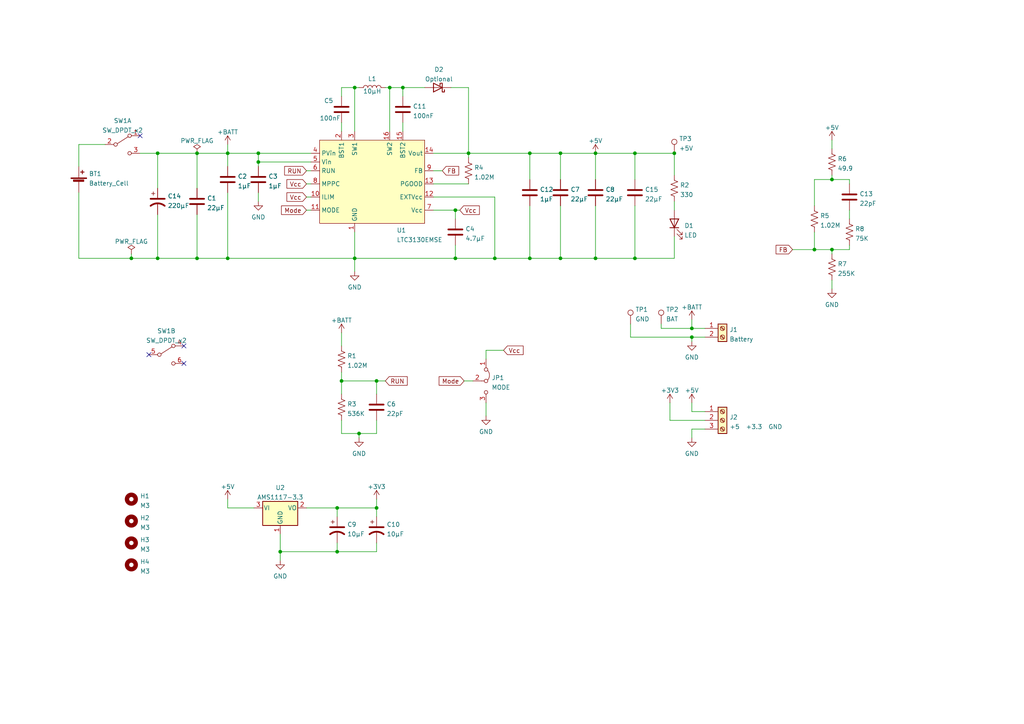
<source format=kicad_sch>
(kicad_sch (version 20230121) (generator eeschema)
  (paper "A4")
  (title_block (date "2023-03-02") (rev "0.2") (comment 4 "Author: Andrew Fischer"))
  (lib_symbols
    (symbol "Connector:Screw_Terminal_01x02" (pin_names (offset 1.016) hide)
      (property "Reference" "J" (at 0 2.54 0))
      (property "Value" "Screw_Terminal_01x02" (at 0 -5.08 0))
      (symbol "Screw_Terminal_01x02_1_1"
        (rectangle (start -1.27 1.27) (end 1.27 -3.81) (stroke (width 0.254)) (fill (type background)))
        (circle (center 0 -2.54) (radius 0.635) (stroke (width 0.1524)))
        (polyline (pts (xy -0.5334 -2.2098) (xy 0.3302 -3.048)) (stroke (width 0.1524)))
        (polyline (pts (xy -0.5334 0.3302) (xy 0.3302 -0.508)) (stroke (width 0.1524)))
        (polyline (pts (xy -0.3556 -2.032) (xy 0.508 -2.8702)) (stroke (width 0.1524)))
        (polyline (pts (xy -0.3556 0.508) (xy 0.508 -0.3302)) (stroke (width 0.1524)))
        (circle (center 0 0) (radius 0.635) (stroke (width 0.1524)))
        (pin passive line (at -5.08 0 0) (length 3.81) (name "Pin_1") (number "1"))
        (pin passive line (at -5.08 -2.54 0) (length 3.81) (name "Pin_2") (number "2"))
      )
    )
    (symbol "Connector:Screw_Terminal_01x03" (pin_names (offset 1.016) hide)
      (property "Reference" "J" (at 0 5.08 0))
      (property "Value" "Screw_Terminal_01x03" (at 0 -5.08 0))
      (symbol "Screw_Terminal_01x03_1_1"
        (rectangle (start -1.27 3.81) (end 1.27 -3.81) (stroke (width 0.254)) (fill (type background)))
        (circle (center 0 -2.54) (radius 0.635) (stroke (width 0.1524)))
        (polyline (pts (xy -0.5334 -2.2098) (xy 0.3302 -3.048)) (stroke (width 0.1524)))
        (polyline (pts (xy -0.5334 0.3302) (xy 0.3302 -0.508)) (stroke (width 0.1524)))
        (polyline (pts (xy -0.5334 2.8702) (xy 0.3302 2.032)) (stroke (width 0.1524)))
        (polyline (pts (xy -0.3556 -2.032) (xy 0.508 -2.8702)) (stroke (width 0.1524)))
        (polyline (pts (xy -0.3556 0.508) (xy 0.508 -0.3302)) (stroke (width 0.1524)))
        (polyline (pts (xy -0.3556 3.048) (xy 0.508 2.2098)) (stroke (width 0.1524)))
        (circle (center 0 0) (radius 0.635) (stroke (width 0.1524)))
        (circle (center 0 2.54) (radius 0.635) (stroke (width 0.1524)))
        (pin passive line (at -5.08 2.54 0) (length 3.81) (name "Pin_1") (number "1"))
        (pin passive line (at -5.08 0 0) (length 3.81) (name "Pin_2") (number "2"))
        (pin passive line (at -5.08 -2.54 0) (length 3.81) (name "Pin_3") (number "3"))
      )
    )
    (symbol "Connector:TestPoint" (pin_numbers hide) (pin_names (offset 0.762) hide)
      (property "Reference" "TP" (at 0 6.858 0))
      (property "Value" "TestPoint" (at 0 5.08 0))
      (symbol "TestPoint_0_1"
        (circle (center 0 3.302) (radius 0.762))
      )
      (symbol "TestPoint_1_1"
        (pin passive line (at 0 0 90) (length 2.54) (name "1") (number "1"))
      )
    )
    (symbol "Device:Battery_Cell" (pin_numbers hide) (pin_names (offset 0) hide)
      (property "Reference" "BT" (at 2.54 2.54 0))
      (property "Value" "Battery_Cell" (at 2.54 0 0))
      (symbol "Battery_Cell_0_1"
        (rectangle (start -2.286 1.778) (end 2.286 1.524) (fill (type outline)))
        (rectangle (start -1.5748 1.1938) (end 1.4732 0.6858) (fill (type outline)))
        (polyline (pts (xy 0 0.762) (xy 0 0)))
        (polyline (pts (xy 0 1.778) (xy 0 2.54)))
        (polyline (pts (xy 0.508 3.429) (xy 1.524 3.429)) (stroke (width 0.254)))
        (polyline (pts (xy 1.016 3.937) (xy 1.016 2.921)) (stroke (width 0.254)))
      )
      (symbol "Battery_Cell_1_1"
        (pin passive line (at 0 5.08 270) (length 2.54) (name "+") (number "1"))
        (pin passive line (at 0 -2.54 90) (length 2.54) (name "-") (number "2"))
      )
    )
    (symbol "Device:C" (pin_numbers hide) (pin_names (offset 0.254))
      (property "Reference" "C" (at 0.635 2.54 0))
      (property "Value" "C" (at 0.635 -2.54 0))
      (symbol "C_0_1"
        (polyline (pts (xy -2.032 -0.762) (xy 2.032 -0.762)) (stroke (width 0.508)))
        (polyline (pts (xy -2.032 0.762) (xy 2.032 0.762)) (stroke (width 0.508)))
      )
      (symbol "C_1_1"
        (pin passive line (at 0 3.81 270) (length 2.794) (name "~") (number "1"))
        (pin passive line (at 0 -3.81 90) (length 2.794) (name "~") (number "2"))
      )
    )
    (symbol "Device:C_Polarized_US" (pin_numbers hide) (pin_names (offset 0.254) hide)
      (property "Reference" "C" (at 0.635 2.54 0))
      (property "Value" "C_Polarized_US" (at 0.635 -2.54 0))
      (symbol "C_Polarized_US_0_1"
        (polyline (pts (xy -2.032 0.762) (xy 2.032 0.762)) (stroke (width 0.508)))
        (polyline (pts (xy -1.778 2.286) (xy -0.762 2.286)))
        (polyline (pts (xy -1.27 1.778) (xy -1.27 2.794)))
        (arc (start 2.032 -1.27) (mid 0 -0.5572) (end -2.032 -1.27) (stroke (width 0.508)))
      )
      (symbol "C_Polarized_US_1_1"
        (pin passive line (at 0 3.81 270) (length 2.794) (name "~") (number "1"))
        (pin passive line (at 0 -3.81 90) (length 3.302) (name "~") (number "2"))
      )
    )
    (symbol "Device:D_Schottky" (pin_numbers hide) (pin_names (offset 1.016) hide)
      (property "Reference" "D" (at 0 2.54 0))
      (property "Value" "D_Schottky" (at 0 -2.54 0))
      (symbol "D_Schottky_0_1"
        (polyline (pts (xy 1.27 0) (xy -1.27 0)))
        (polyline (pts (xy 1.27 1.27) (xy 1.27 -1.27) (xy -1.27 0) (xy 1.27 1.27)) (stroke (width 0.254)))
        (polyline (pts (xy -1.905 0.635) (xy -1.905 1.27) (xy -1.27 1.27) (xy -1.27 -1.27) (xy -0.635 -1.27) (xy -0.635 -0.635)) (stroke (width 0.254)))
      )
      (symbol "D_Schottky_1_1"
        (pin passive line (at -3.81 0 0) (length 2.54) (name "K") (number "1"))
        (pin passive line (at 3.81 0 180) (length 2.54) (name "A") (number "2"))
      )
    )
    (symbol "Device:L" (pin_numbers hide) (pin_names (offset 1.016) hide)
      (property "Reference" "L" (at -1.27 0 90))
      (property "Value" "L" (at 1.905 0 90))
      (symbol "L_0_1"
        (arc (start 0 -2.54) (mid 0.6323 -1.905) (end 0 -1.27))
        (arc (start 0 -1.27) (mid 0.6323 -0.635) (end 0 0))
        (arc (start 0 0) (mid 0.6323 0.635) (end 0 1.27))
        (arc (start 0 1.27) (mid 0.6323 1.905) (end 0 2.54))
      )
      (symbol "L_1_1"
        (pin passive line (at 0 3.81 270) (length 1.27) (name "1") (number "1"))
        (pin passive line (at 0 -3.81 90) (length 1.27) (name "2") (number "2"))
      )
    )
    (symbol "Device:LED" (pin_numbers hide) (pin_names (offset 1.016) hide)
      (property "Reference" "D" (at 0 2.54 0))
      (property "Value" "LED" (at 0 -2.54 0))
      (symbol "LED_0_1"
        (polyline (pts (xy -1.27 -1.27) (xy -1.27 1.27)) (stroke (width 0.254)))
        (polyline (pts (xy -1.27 0) (xy 1.27 0)))
        (polyline (pts (xy 1.27 -1.27) (xy 1.27 1.27) (xy -1.27 0) (xy 1.27 -1.27)) (stroke (width 0.254)))
        (polyline (pts (xy -3.048 -0.762) (xy -4.572 -2.286) (xy -3.81 -2.286) (xy -4.572 -2.286) (xy -4.572 -1.524)))
        (polyline (pts (xy -1.778 -0.762) (xy -3.302 -2.286) (xy -2.54 -2.286) (xy -3.302 -2.286) (xy -3.302 -1.524)))
      )
      (symbol "LED_1_1"
        (pin passive line (at -3.81 0 0) (length 2.54) (name "K") (number "1"))
        (pin passive line (at 3.81 0 180) (length 2.54) (name "A") (number "2"))
      )
    )
    (symbol "Device:R_US" (pin_numbers hide) (pin_names (offset 0))
      (property "Reference" "R" (at 2.54 0 90))
      (property "Value" "R_US" (at -2.54 0 90))
      (symbol "R_US_0_1"
        (polyline (pts (xy 0 -2.286) (xy 0 -2.54)))
        (polyline (pts (xy 0 2.286) (xy 0 2.54)))
        (polyline (pts (xy 0 -0.762) (xy 1.016 -1.143) (xy 0 -1.524) (xy -1.016 -1.905) (xy 0 -2.286)))
        (polyline (pts (xy 0 0.762) (xy 1.016 0.381) (xy 0 0) (xy -1.016 -0.381) (xy 0 -0.762)))
        (polyline (pts (xy 0 2.286) (xy 1.016 1.905) (xy 0 1.524) (xy -1.016 1.143) (xy 0 0.762)))
      )
      (symbol "R_US_1_1"
        (pin passive line (at 0 3.81 270) (length 1.27) (name "~") (number "1"))
        (pin passive line (at 0 -3.81 90) (length 1.27) (name "~") (number "2"))
      )
    )
    (symbol "Jumper:Jumper_3_Bridged12" (pin_names (offset 0) hide)
      (property "Reference" "JP" (at -2.54 -2.54 0))
      (property "Value" "Jumper_3_Bridged12" (at 0 2.794 0))
      (symbol "Jumper_3_Bridged12_0_0"
        (circle (center -3.302 0) (radius 0.508))
        (circle (center 0 0) (radius 0.508))
        (circle (center 3.302 0) (radius 0.508))
      )
      (symbol "Jumper_3_Bridged12_0_1"
        (arc (start -0.254 0.508) (mid -1.651 0.9912) (end -3.048 0.508))
        (polyline (pts (xy 0 -1.27) (xy 0 -0.508)))
      )
      (symbol "Jumper_3_Bridged12_1_1"
        (pin passive line (at -6.35 0 0) (length 2.54) (name "A") (number "1"))
        (pin input line (at 0 -3.81 90) (length 2.54) (name "C") (number "2"))
        (pin passive line (at 6.35 0 180) (length 2.54) (name "B") (number "3"))
      )
    )
    (symbol "LTC3130:LTC3130EMSE"
      (property "Reference" "U" (at -2.54 2.54 0))
      (property "Value" "LTC3130EMSE" (at 0 0 0))
      (symbol "LTC3130EMSE_0_1"
        (rectangle (start -15.24 11.43) (end 15.24 -12.7) (fill (type background)))
      )
      (symbol "LTC3130EMSE_1_1"
        (pin power_in line (at -5.08 -15.24 90) (length 2.54) (name "GND") (number "1"))
        (pin input line (at -17.78 -5.08 0) (length 2.54) (name "ILIM") (number "10"))
        (pin input line (at -17.78 -8.89 0) (length 2.54) (name "MODE") (number "11"))
        (pin power_in line (at 17.78 -5.08 180) (length 2.54) (name "EXTVcc") (number "12"))
        (pin open_collector line (at 17.78 -1.27 180) (length 2.54) (name "PGOOD") (number "13"))
        (pin power_out line (at 17.78 7.62 180) (length 2.54) (name "Vout") (number "14"))
        (pin passive line (at 8.89 13.97 270) (length 2.54) (name "BST2") (number "15"))
        (pin passive line (at 5.08 13.97 270) (length 2.54) (name "SW2") (number "16"))
        (pin power_in line (at -5.08 -15.24 90) (length 2.54) hide (name "GND") (number "17"))
        (pin passive line (at -8.89 13.97 270) (length 2.54) (name "BST1") (number "2"))
        (pin passive line (at -5.08 13.97 270) (length 2.54) (name "SW1") (number "3"))
        (pin power_in line (at -17.78 7.62 0) (length 2.54) (name "PVin") (number "4"))
        (pin power_in line (at -17.78 5.08 0) (length 2.54) (name "Vin") (number "5"))
        (pin input line (at -17.78 2.54 0) (length 2.54) (name "RUN") (number "6"))
        (pin power_out line (at 17.78 -8.89 180) (length 2.54) (name "Vcc") (number "7"))
        (pin input line (at -17.78 -1.27 0) (length 2.54) (name "MPPC") (number "8"))
        (pin passive line (at 17.78 2.54 180) (length 2.54) (name "FB") (number "9"))
      )
    )
    (symbol "Mechanical:MountingHole" (pin_names (offset 1.016))
      (property "Reference" "H" (at 0 5.08 0))
      (property "Value" "MountingHole" (at 0 3.175 0))
      (symbol "MountingHole_0_1"
        (circle (center 0 0) (radius 1.27) (stroke (width 1.27)))
      )
    )
    (symbol "Regulator_Linear:AMS1117-3.3" (pin_names (offset 0.254))
      (property "Reference" "U" (at -3.81 3.175 0))
      (property "Value" "AMS1117-3.3" (at 0 3.175 0))
      (symbol "AMS1117-3.3_0_1"
        (rectangle (start -5.08 -5.08) (end 5.08 1.905) (stroke (width 0.254)) (fill (type background)))
      )
      (symbol "AMS1117-3.3_1_1"
        (pin power_in line (at 0 -7.62 90) (length 2.54) (name "GND") (number "1"))
        (pin power_out line (at 7.62 0 180) (length 2.54) (name "VO") (number "2"))
        (pin power_in line (at -7.62 0 0) (length 2.54) (name "VI") (number "3"))
      )
    )
    (symbol "Switch:SW_DPDT_x2" (pin_names (offset 0) hide)
      (property "Reference" "SW" (at 0 4.318 0))
      (property "Value" "SW_DPDT_x2" (at 0 -5.08 0))
      (symbol "SW_DPDT_x2_0_0"
        (circle (center -2.032 0) (radius 0.508))
        (circle (center 2.032 -2.54) (radius 0.508))
      )
      (symbol "SW_DPDT_x2_0_1"
        (polyline (pts (xy -1.524 0.254) (xy 1.651 2.286)))
        (circle (center 2.032 2.54) (radius 0.508))
      )
      (symbol "SW_DPDT_x2_1_1"
        (pin passive line (at 5.08 2.54 180) (length 2.54) (name "A") (number "1"))
        (pin passive line (at -5.08 0 0) (length 2.54) (name "B") (number "2"))
        (pin passive line (at 5.08 -2.54 180) (length 2.54) (name "C") (number "3"))
      )
      (symbol "SW_DPDT_x2_2_1"
        (pin passive line (at 5.08 2.54 180) (length 2.54) (name "A") (number "4"))
        (pin passive line (at -5.08 0 0) (length 2.54) (name "B") (number "5"))
        (pin passive line (at 5.08 -2.54 180) (length 2.54) (name "C") (number "6"))
      )
    )
    (symbol "power:+3V3" (power) (pin_names (offset 0))
      (property "Value" "+3V3" (at 0 3.556 0))
      (symbol "+3V3_0_1"
        (polyline (pts (xy -0.762 1.27) (xy 0 2.54)))
        (polyline (pts (xy 0 0) (xy 0 2.54)))
        (polyline (pts (xy 0 2.54) (xy 0.762 1.27)))
      )
      (symbol "+3V3_1_1"
        (pin power_in line (at 0 0 90) (length 0) hide (name "+3V3") (number "1"))
      )
    )
    (symbol "power:+5V" (power) (pin_names (offset 0))
      (property "Value" "+5V" (at 0 3.556 0))
      (symbol "+5V_0_1"
        (polyline (pts (xy -0.762 1.27) (xy 0 2.54)))
        (polyline (pts (xy 0 0) (xy 0 2.54)))
        (polyline (pts (xy 0 2.54) (xy 0.762 1.27)))
      )
      (symbol "+5V_1_1"
        (pin power_in line (at 0 0 90) (length 0) hide (name "+5V") (number "1"))
      )
    )
    (symbol "power:+BATT" (power) (pin_names (offset 0))
      (property "Value" "+BATT" (at 0 3.556 0))
      (symbol "+BATT_0_1"
        (polyline (pts (xy -0.762 1.27) (xy 0 2.54)))
        (polyline (pts (xy 0 0) (xy 0 2.54)))
        (polyline (pts (xy 0 2.54) (xy 0.762 1.27)))
      )
      (symbol "+BATT_1_1"
        (pin power_in line (at 0 0 90) (length 0) hide (name "+BATT") (number "1"))
      )
    )
    (symbol "power:GND" (power) (pin_names (offset 0))
      (property "Value" "GND" (at 0 -3.81 0))
      (symbol "GND_0_1"
        (polyline (pts (xy 0 0) (xy 0 -1.27) (xy 1.27 -1.27) (xy 0 -2.54) (xy -1.27 -1.27) (xy 0 -1.27)))
      )
      (symbol "GND_1_1"
        (pin power_in line (at 0 0 270) (length 0) hide (name "GND") (number "1"))
      )
    )
    (symbol "power:PWR_FLAG" (power) (pin_numbers hide) (pin_names (offset 0) hide)
      (property "Value" "PWR_FLAG" (at 0 3.81 0))
      (symbol "PWR_FLAG_0_0"
        (pin power_out line (at 0 0 90) (length 0) (name "pwr") (number "1"))
      )
      (symbol "PWR_FLAG_0_1"
        (polyline (pts (xy 0 0) (xy 0 1.27) (xy -1.016 1.905) (xy 0 2.54) (xy 1.016 1.905) (xy 0 1.27)))
      )
    )
  )
  (junction (at 74.93 46.99))
  (junction (at 66.04 74.93))
  (junction (at 143.51 74.93))
  (junction (at 172.72 44.45))
  (junction (at 200.66 95.25))
  (junction (at 99.06 110.49))
  (junction (at 109.22 110.49))
  (junction (at 74.93 44.45))
  (junction (at 135.89 44.45))
  (junction (at 172.72 74.93))
  (junction (at 45.72 44.45))
  (junction (at 200.66 97.79))
  (junction (at 57.15 44.45))
  (junction (at 241.3 72.39))
  (junction (at 81.28 160.02))
  (junction (at 113.03 25.4))
  (junction (at 109.22 147.32))
  (junction (at 195.58 44.45))
  (junction (at 38.1 74.93))
  (junction (at 162.56 44.45))
  (junction (at 153.67 74.93))
  (junction (at 236.22 72.39))
  (junction (at 66.04 44.45))
  (junction (at 97.79 147.32))
  (junction (at 97.79 160.02))
  (junction (at 184.15 44.45))
  (junction (at 132.08 60.96))
  (junction (at 241.3 52.07))
  (junction (at 153.67 44.45))
  (junction (at 45.72 74.93))
  (junction (at 57.15 74.93))
  (junction (at 184.15 74.93))
  (junction (at 162.56 74.93))
  (junction (at 102.87 25.4))
  (junction (at 104.14 125.73))
  (junction (at 116.84 25.4))
  (junction (at 102.87 74.93))
  (junction (at 132.08 74.93))
  (no_connect (at 53.34 100.33))
  (no_connect (at 53.34 105.41))
  (no_connect (at 43.18 102.87))
  (no_connect (at 40.64 39.37))
  (wire (pts (xy 241.3 50.8) (xy 241.3 52.07)))
  (wire (pts (xy 132.08 60.96) (xy 133.35 60.96)))
  (wire (pts (xy 195.58 68.58) (xy 195.58 74.93)))
  (wire (pts (xy 200.66 95.25) (xy 191.77 95.25)))
  (wire (pts (xy 81.28 160.02) (xy 81.28 162.56)))
  (wire (pts (xy 140.97 104.14) (xy 140.97 101.6)))
  (wire (pts (xy 109.22 110.49) (xy 111.76 110.49)))
  (wire (pts (xy 153.67 44.45) (xy 153.67 52.07)))
  (wire (pts (xy 204.47 124.46) (xy 200.66 124.46)))
  (wire (pts (xy 241.3 72.39) (xy 241.3 73.66)))
  (wire (pts (xy 99.06 121.92) (xy 99.06 125.73)))
  (wire (pts (xy 182.88 97.79) (xy 200.66 97.79)))
  (wire (pts (xy 200.66 116.84) (xy 200.66 119.38)))
  (wire (pts (xy 195.58 44.45) (xy 195.58 50.8)))
  (wire (pts (xy 162.56 44.45) (xy 172.72 44.45)))
  (wire (pts (xy 97.79 147.32) (xy 97.79 149.86)))
  (wire (pts (xy 184.15 44.45) (xy 195.58 44.45)))
  (wire (pts (xy 143.51 57.15) (xy 143.51 74.93)))
  (wire (pts (xy 135.89 44.45) (xy 135.89 45.72)))
  (wire (pts (xy 57.15 62.23) (xy 57.15 74.93)))
  (wire (pts (xy 102.87 74.93) (xy 102.87 78.74)))
  (wire (pts (xy 45.72 74.93) (xy 57.15 74.93)))
  (wire (pts (xy 74.93 44.45) (xy 90.17 44.45)))
  (wire (pts (xy 97.79 160.02) (xy 97.79 157.48)))
  (wire (pts (xy 104.14 125.73) (xy 104.14 127)))
  (wire (pts (xy 45.72 62.23) (xy 45.72 74.93)))
  (wire (pts (xy 153.67 74.93) (xy 162.56 74.93)))
  (wire (pts (xy 200.66 124.46) (xy 200.66 127)))
  (wire (pts (xy 45.72 44.45) (xy 57.15 44.45)))
  (wire (pts (xy 73.66 147.32) (xy 66.04 147.32)))
  (wire (pts (xy 140.97 116.84) (xy 140.97 120.65)))
  (wire (pts (xy 162.56 74.93) (xy 172.72 74.93)))
  (wire (pts (xy 22.86 55.88) (xy 22.86 74.93)))
  (wire (pts (xy 153.67 59.69) (xy 153.67 74.93)))
  (wire (pts (xy 125.73 44.45) (xy 135.89 44.45)))
  (wire (pts (xy 246.38 52.07) (xy 246.38 53.34)))
  (wire (pts (xy 22.86 48.26) (xy 22.86 41.91)))
  (wire (pts (xy 195.58 58.42) (xy 195.58 60.96)))
  (wire (pts (xy 229.87 72.39) (xy 236.22 72.39)))
  (wire (pts (xy 74.93 55.88) (xy 74.93 58.42)))
  (wire (pts (xy 162.56 59.69) (xy 162.56 74.93)))
  (wire (pts (xy 97.79 147.32) (xy 109.22 147.32)))
  (wire (pts (xy 200.66 95.25) (xy 204.47 95.25)))
  (wire (pts (xy 109.22 160.02) (xy 97.79 160.02)))
  (wire (pts (xy 204.47 97.79) (xy 200.66 97.79)))
  (wire (pts (xy 102.87 74.93) (xy 132.08 74.93)))
  (wire (pts (xy 88.9 147.32) (xy 97.79 147.32)))
  (wire (pts (xy 99.06 110.49) (xy 109.22 110.49)))
  (wire (pts (xy 135.89 44.45) (xy 153.67 44.45)))
  (wire (pts (xy 22.86 41.91) (xy 30.48 41.91)))
  (wire (pts (xy 236.22 59.69) (xy 236.22 52.07)))
  (wire (pts (xy 66.04 74.93) (xy 102.87 74.93)))
  (wire (pts (xy 104.14 125.73) (xy 109.22 125.73)))
  (wire (pts (xy 184.15 44.45) (xy 184.15 52.07)))
  (wire (pts (xy 172.72 44.45) (xy 184.15 44.45)))
  (wire (pts (xy 113.03 25.4) (xy 116.84 25.4)))
  (wire (pts (xy 116.84 27.94) (xy 116.84 25.4)))
  (wire (pts (xy 102.87 67.31) (xy 102.87 74.93)))
  (wire (pts (xy 194.31 116.84) (xy 194.31 121.92)))
  (wire (pts (xy 236.22 52.07) (xy 241.3 52.07)))
  (wire (pts (xy 57.15 74.93) (xy 66.04 74.93)))
  (wire (pts (xy 204.47 121.92) (xy 194.31 121.92)))
  (wire (pts (xy 102.87 25.4) (xy 102.87 38.1)))
  (wire (pts (xy 200.66 92.71) (xy 200.66 95.25)))
  (wire (pts (xy 109.22 147.32) (xy 109.22 149.86)))
  (wire (pts (xy 184.15 74.93) (xy 195.58 74.93)))
  (wire (pts (xy 22.86 74.93) (xy 38.1 74.93)))
  (wire (pts (xy 66.04 44.45) (xy 66.04 48.26)))
  (wire (pts (xy 246.38 60.96) (xy 246.38 63.5)))
  (wire (pts (xy 99.06 96.52) (xy 99.06 100.33)))
  (wire (pts (xy 66.04 44.45) (xy 74.93 44.45)))
  (wire (pts (xy 99.06 27.94) (xy 99.06 25.4)))
  (wire (pts (xy 45.72 44.45) (xy 45.72 54.61)))
  (wire (pts (xy 241.3 81.28) (xy 241.3 83.82)))
  (wire (pts (xy 125.73 53.34) (xy 135.89 53.34)))
  (wire (pts (xy 241.3 40.64) (xy 241.3 43.18)))
  (wire (pts (xy 109.22 157.48) (xy 109.22 160.02)))
  (wire (pts (xy 109.22 144.78) (xy 109.22 147.32)))
  (wire (pts (xy 125.73 57.15) (xy 143.51 57.15)))
  (wire (pts (xy 116.84 25.4) (xy 123.19 25.4)))
  (wire (pts (xy 132.08 71.12) (xy 132.08 74.93)))
  (wire (pts (xy 99.06 35.56) (xy 99.06 38.1)))
  (wire (pts (xy 97.79 160.02) (xy 81.28 160.02)))
  (wire (pts (xy 172.72 44.45) (xy 172.72 52.07)))
  (wire (pts (xy 172.72 59.69) (xy 172.72 74.93)))
  (wire (pts (xy 153.67 44.45) (xy 162.56 44.45)))
  (wire (pts (xy 182.88 93.98) (xy 182.88 97.79)))
  (wire (pts (xy 204.47 119.38) (xy 200.66 119.38)))
  (wire (pts (xy 66.04 144.78) (xy 66.04 147.32)))
  (wire (pts (xy 99.06 110.49) (xy 99.06 114.3)))
  (wire (pts (xy 184.15 59.69) (xy 184.15 74.93)))
  (wire (pts (xy 236.22 72.39) (xy 241.3 72.39)))
  (wire (pts (xy 88.9 57.15) (xy 90.17 57.15)))
  (wire (pts (xy 130.81 25.4) (xy 135.89 25.4)))
  (wire (pts (xy 57.15 44.45) (xy 66.04 44.45)))
  (wire (pts (xy 132.08 74.93) (xy 143.51 74.93)))
  (wire (pts (xy 241.3 72.39) (xy 246.38 72.39)))
  (wire (pts (xy 66.04 55.88) (xy 66.04 74.93)))
  (wire (pts (xy 109.22 121.92) (xy 109.22 125.73)))
  (wire (pts (xy 81.28 154.94) (xy 81.28 160.02)))
  (wire (pts (xy 88.9 60.96) (xy 90.17 60.96)))
  (wire (pts (xy 116.84 35.56) (xy 116.84 38.1)))
  (wire (pts (xy 66.04 41.91) (xy 66.04 44.45)))
  (wire (pts (xy 125.73 49.53) (xy 128.27 49.53)))
  (wire (pts (xy 162.56 44.45) (xy 162.56 52.07)))
  (wire (pts (xy 102.87 25.4) (xy 104.14 25.4)))
  (wire (pts (xy 74.93 46.99) (xy 74.93 48.26)))
  (wire (pts (xy 172.72 74.93) (xy 184.15 74.93)))
  (wire (pts (xy 74.93 46.99) (xy 90.17 46.99)))
  (wire (pts (xy 113.03 25.4) (xy 113.03 38.1)))
  (wire (pts (xy 57.15 44.45) (xy 57.15 54.61)))
  (wire (pts (xy 200.66 97.79) (xy 200.66 99.06)))
  (wire (pts (xy 241.3 52.07) (xy 246.38 52.07)))
  (wire (pts (xy 40.64 44.45) (xy 45.72 44.45)))
  (wire (pts (xy 236.22 67.31) (xy 236.22 72.39)))
  (wire (pts (xy 99.06 107.95) (xy 99.06 110.49)))
  (wire (pts (xy 74.93 46.99) (xy 74.93 44.45)))
  (wire (pts (xy 134.62 110.49) (xy 137.16 110.49)))
  (wire (pts (xy 99.06 125.73) (xy 104.14 125.73)))
  (wire (pts (xy 38.1 73.66) (xy 38.1 74.93)))
  (wire (pts (xy 135.89 25.4) (xy 135.89 44.45)))
  (wire (pts (xy 246.38 71.12) (xy 246.38 72.39)))
  (wire (pts (xy 88.9 49.53) (xy 90.17 49.53)))
  (wire (pts (xy 191.77 95.25) (xy 191.77 93.98)))
  (wire (pts (xy 143.51 74.93) (xy 153.67 74.93)))
  (wire (pts (xy 109.22 110.49) (xy 109.22 114.3)))
  (wire (pts (xy 132.08 63.5) (xy 132.08 60.96)))
  (wire (pts (xy 38.1 74.93) (xy 45.72 74.93)))
  (wire (pts (xy 99.06 25.4) (xy 102.87 25.4)))
  (wire (pts (xy 140.97 101.6) (xy 146.05 101.6)))
  (wire (pts (xy 113.03 25.4) (xy 111.76 25.4)))
  (wire (pts (xy 125.73 60.96) (xy 132.08 60.96)))
  (wire (pts (xy 88.9 53.34) (xy 90.17 53.34)))
  (global_label "Vcc" (shape input) (at 88.9 57.15 180) (property "Intersheetrefs" "${INTERSHEET_REFS}" (effects hide)))
  (global_label "RUN" (shape input) (at 88.9 49.53 180) (property "Intersheetrefs" "${INTERSHEET_REFS}" (effects hide)))
  (global_label "Mode" (shape input) (at 88.9 60.96 180) (property "Intersheetrefs" "${INTERSHEET_REFS}" (effects hide)))
  (global_label "Mode" (shape input) (at 134.62 110.49 180) (property "Intersheetrefs" "${INTERSHEET_REFS}" (effects hide)))
  (global_label "FB" (shape input) (at 128.27 49.53 0) (property "Intersheetrefs" "${INTERSHEET_REFS}" (effects hide)))
  (global_label "Vcc" (shape input) (at 133.35 60.96 0) (property "Intersheetrefs" "${INTERSHEET_REFS}" (effects hide)))
  (global_label "RUN" (shape input) (at 111.76 110.49 0) (property "Intersheetrefs" "${INTERSHEET_REFS}" (effects hide)))
  (global_label "FB" (shape input) (at 229.87 72.39 180) (property "Intersheetrefs" "${INTERSHEET_REFS}" (effects hide)))
  (global_label "Vcc" (shape input) (at 88.9 53.34 180) (property "Intersheetrefs" "${INTERSHEET_REFS}" (effects hide)))
  (global_label "Vcc" (shape input) (at 146.05 101.6 0) (property "Intersheetrefs" "${INTERSHEET_REFS}" (effects hide)))
  (symbol (lib_id "Device:C") (at 246.38 57.15 0) (unit 1)
    (property "Reference" "C13" (at 249.301 56.2415 0) (effects (justify left)))
    (property "Value" "22pF" (at 249.301 59.0166 0) (effects (justify left)))
    (property "Footprint" "Capacitor_SMD:C_0603_1608Metric" (effects hide))
    (property "MPN" "CL10C220JB8NNNC" (effects hide))
    (property "LCSC" "C1653" (effects hide))
  )
  (symbol (lib_id "Device:R_US") (at 241.3 77.47 0) (unit 1)
    (property "Reference" "R7" (at 242.951 76.5615 0) (effects (justify left)))
    (property "Value" "255K" (at 242.951 79.3366 0) (effects (justify left)))
    (property "Footprint" "Resistor_SMD:R_0603_1608Metric" (effects hide))
    (property "MPN" "MCWF06R2553BTL" (effects hide))
    (property "LCSC" "C241296" (effects hide))
  )
  (symbol (lib_id "Connector:TestPoint") (at 182.88 93.98 0) (unit 1)
    (property "Reference" "TP1" (at 184.277 89.7695 0) (effects (justify left)))
    (property "Value" "GND" (at 184.277 92.5446 0) (effects (justify left)))
    (property "Footprint" "Connector_PinHeader_2.54mm:PinHeader_1x01_P2.54mm_Vertical" (effects hide))
  )
  (symbol (lib_id "power:+3V3") (at 109.22 144.78 0) (unit 1)
    (property "Reference" "#PWR0105" (effects hide))
    (property "Value" "+3V3" (at 109.22 141.1755 0))
  )
  (symbol (lib_id "Device:C_Polarized_US") (at 45.72 58.42 0) (unit 1)
    (property "Reference" "C14" (at 48.641 56.8765 0) (effects (justify left)))
    (property "Value" "220µF" (at 48.641 59.6516 0) (effects (justify left)))
    (property "Footprint" "Capacitor_THT:CP_Radial_D8.0mm_P3.50mm" (effects hide))
    (property "MPN" "UPA1V271MPD" (effects hide))
  )
  (symbol (lib_id "Device:C") (at 116.84 31.75 0) (unit 1)
    (property "Reference" "C11" (at 119.761 30.8415 0) (effects (justify left)))
    (property "Value" "100nF" (at 119.761 33.6166 0) (effects (justify left)))
    (property "Footprint" "Capacitor_SMD:C_0603_1608Metric" (effects hide))
    (property "LCSC" "C14663" (effects hide))
  )
  (symbol (lib_id "Device:C") (at 66.04 52.07 0) (unit 1)
    (property "Reference" "C2" (at 68.961 51.1615 0) (effects (justify left)))
    (property "Value" "1µF" (at 68.961 53.9366 0) (effects (justify left)))
    (property "Footprint" "Capacitor_SMD:C_0805_2012Metric" (effects hide))
    (property "MPN" "CL21B105KBFNNNE" (effects hide))
    (property "LCSC" "C28323" (effects hide))
  )
  (symbol (lib_id "Device:R_US") (at 246.38 67.31 0) (unit 1)
    (property "Reference" "R8" (at 248.031 66.4015 0) (effects (justify left)))
    (property "Value" "75K" (at 248.031 69.1766 0) (effects (justify left)))
    (property "Footprint" "Resistor_SMD:R_0603_1608Metric" (effects hide))
    (property "MPN" "0603WAF7502T5E" (effects hide))
    (property "LCSC" "C23242" (effects hide))
  )
  (symbol (lib_id "Device:C") (at 162.56 55.88 0) (unit 1)
    (property "Reference" "C7" (at 165.481 54.9715 0) (effects (justify left)))
    (property "Value" "22µF" (at 165.481 57.7466 0) (effects (justify left)))
    (property "Footprint" "Capacitor_SMD:C_1210_3225Metric" (effects hide))
    (property "MPN" "GRM32ER71E226KE15L" (effects hide))
    (property "LCSC" "C21397" (effects hide))
  )
  (symbol (lib_id "Device:Battery_Cell") (at 22.86 53.34 0) (unit 1)
    (property "Reference" "BT1" (at 25.781 50.3995 0) (effects (justify left)))
    (property "Value" "Battery_Cell" (at 25.781 53.1746 0) (effects (justify left)))
    (property "Footprint" "Battery:BatteryHolder_MPD_BH-18650-PC2" (effects hide))
  )
  (symbol (lib_id "Device:C") (at 57.15 58.42 0) (unit 1)
    (property "Reference" "C1" (at 60.071 57.5115 0) (effects (justify left)))
    (property "Value" "22µF" (at 60.071 60.2866 0) (effects (justify left)))
    (property "Footprint" "Capacitor_SMD:C_1210_3225Metric" (effects hide))
    (property "MPN" "GRM32ER71E226KE15L" (effects hide))
    (property "LCSC" "C21397" (effects hide))
  )
  (symbol (lib_id "Connector:Screw_Terminal_01x02") (at 209.55 95.25 0) (unit 1)
    (property "Reference" "J1" (at 211.582 95.6115 0) (effects (justify left)))
    (property "Value" "Battery" (at 211.582 98.3866 0) (effects (justify left)))
    (property "Footprint" "TerminalBlock_Phoenix:TerminalBlock_Phoenix_MKDS-1,5-2_1x02_P5.00mm_Horizontal" (effects hide))
  )
  (symbol (lib_id "power:+BATT") (at 200.66 92.71 0) (unit 1)
    (property "Reference" "#PWR05" (effects hide))
    (property "Value" "+BATT" (at 200.66 89.1055 0))
  )
  (symbol (lib_id "power:GND") (at 74.93 58.42 0) (unit 1)
    (property "Reference" "#PWR02" (effects hide))
    (property "Value" "GND" (at 74.93 62.9825 0))
  )
  (symbol (lib_id "Regulator_Linear:AMS1117-3.3") (at 81.28 147.32 0) (unit 1)
    (property "Reference" "U2" (at 81.28 141.4485 0))
    (property "Value" "AMS1117-3.3" (at 81.28 144.2236 0))
    (property "Footprint" "Package_TO_SOT_SMD:SOT-223-3_TabPin2" (effects hide))
    (property "Datasheet" "http://www.advanced-monolithic.com/pdf/ds1117.pdf" (effects hide))
    (property "LCSC" "C6186" (effects hide))
  )
  (symbol (lib_id "power:GND") (at 140.97 120.65 0) (unit 1)
    (property "Reference" "#PWR011" (effects hide))
    (property "Value" "GND" (at 140.97 125.2125 0))
  )
  (symbol (lib_id "power:GND") (at 81.28 162.56 0) (unit 1)
    (property "Reference" "#PWR0103" (effects hide))
    (property "Value" "GND" (at 81.28 167.1225 0))
  )
  (symbol (lib_id "Device:C") (at 184.15 55.88 0) (unit 1)
    (property "Reference" "C15" (at 187.071 54.9715 0) (effects (justify left)))
    (property "Value" "22µF" (at 187.071 57.7466 0) (effects (justify left)))
    (property "Footprint" "Capacitor_SMD:C_1210_3225Metric" (effects hide))
    (property "MPN" "GRM32ER71E226KE15L" (effects hide))
    (property "LCSC" "C21397" (effects hide))
  )
  (symbol (lib_id "Device:R_US") (at 236.22 63.5 0) (unit 1)
    (property "Reference" "R5" (at 237.871 62.5915 0) (effects (justify left)))
    (property "Value" "1.02M" (at 237.871 65.3666 0) (effects (justify left)))
    (property "Footprint" "Resistor_SMD:R_0603_1608Metric" (effects hide))
    (property "Datasheet" "https://datasheet.lcsc.com/lcsc/1912111437_RALEC-RTT031024FTP_C166909.pdf" (effects hide))
    (property "MPN" "RTT031024FTP" (effects hide))
    (property "LCSC" "C166909" (effects hide))
  )
  (symbol (lib_id "power:+BATT") (at 66.04 41.91 0) (unit 1)
    (property "Reference" "#PWR03" (effects hide))
    (property "Value" "+BATT" (at 66.04 38.3055 0))
  )
  (symbol (lib_id "Device:R_US") (at 135.89 49.53 0) (unit 1)
    (property "Reference" "R4" (at 137.541 48.6215 0) (effects (justify left)))
    (property "Value" "1.02M" (at 137.541 51.3966 0) (effects (justify left)))
    (property "Footprint" "Resistor_SMD:R_0603_1608Metric" (effects hide))
    (property "MPN" "RTT031024FTP" (effects hide))
    (property "LCSC" "C166909" (effects hide))
  )
  (symbol (lib_id "Switch:SW_DPDT_x2") (at 35.56 41.91 0) (unit 1)
    (property "Reference" "SW1" (at 35.56 35.0225 0))
    (property "Value" "SW_DPDT_x2" (at 35.56 37.7976 0))
    (property "Footprint" "Switch_Toggle:2MD1" (effects hide))
  )
  (symbol (lib_id "Device:C") (at 153.67 55.88 0) (unit 1)
    (property "Reference" "C12" (at 156.591 54.9715 0) (effects (justify left)))
    (property "Value" "1µF" (at 156.591 57.7466 0) (effects (justify left)))
    (property "Footprint" "Capacitor_SMD:C_0805_2012Metric" (effects hide))
    (property "MPN" "CL21B105KBFNNNE" (effects hide))
    (property "LCSC" "C28323" (effects hide))
  )
  (symbol (lib_id "power:GND") (at 200.66 99.06 0) (unit 1)
    (property "Reference" "#PWR06" (effects hide))
    (property "Value" "GND" (at 200.66 103.6225 0))
  )
  (symbol (lib_id "Device:C_Polarized_US") (at 97.79 153.67 0) (unit 1)
    (property "Reference" "C9" (at 100.711 152.1265 0) (effects (justify left)))
    (property "Value" "10µF" (at 100.711 154.9016 0) (effects (justify left)))
    (property "Footprint" "Capacitor_Tantalum_SMD:CP_EIA-3216-18_Kemet-A" (effects hide))
    (property "LCSC" "C7171" (effects hide))
  )
  (symbol (lib_id "Device:C_Polarized_US") (at 109.22 153.67 0) (unit 1)
    (property "Reference" "C10" (at 112.141 152.1265 0) (effects (justify left)))
    (property "Value" "10µF" (at 112.141 154.9016 0) (effects (justify left)))
    (property "Footprint" "Capacitor_Tantalum_SMD:CP_EIA-3216-18_Kemet-A" (effects hide))
    (property "LCSC" "C7171" (effects hide))
  )
  (symbol (lib_id "power:+5V") (at 241.3 40.64 0) (unit 1)
    (property "Reference" "#PWR012" (effects hide))
    (property "Value" "+5V" (at 241.3 37.0355 0))
  )
  (symbol (lib_id "Device:R_US") (at 99.06 118.11 0) (unit 1)
    (property "Reference" "R3" (at 100.711 117.2015 0) (effects (justify left)))
    (property "Value" "536K" (at 100.711 119.9766 0) (effects (justify left)))
    (property "Footprint" "Resistor_SMD:R_0603_1608Metric" (effects hide))
    (property "Datasheet" "https://datasheet.lcsc.com/lcsc/1912111437_BOURNS-CR0603-FX-5903ELF_C203698.pdf" (effects hide))
    (property "MPN" "0603WAF5363T5E" (effects hide))
    (property "LCSC" "C23200" (effects hide))
  )
  (symbol (lib_id "power:GND") (at 102.87 78.74 0) (unit 1)
    (property "Reference" "#PWR01" (effects hide))
    (property "Value" "GND" (at 102.87 83.3025 0))
  )
  (symbol (lib_id "Device:C") (at 172.72 55.88 0) (unit 1)
    (property "Reference" "C8" (at 175.641 54.9715 0) (effects (justify left)))
    (property "Value" "22µF" (at 175.641 57.7466 0) (effects (justify left)))
    (property "Footprint" "Capacitor_SMD:C_1210_3225Metric" (effects hide))
    (property "MPN" "GRM32ER71E226KE15L" (effects hide))
    (property "LCSC" "C21397" (effects hide))
  )
  (symbol (lib_id "Device:R_US") (at 241.3 46.99 0) (unit 1)
    (property "Reference" "R6" (at 242.951 46.0815 0) (effects (justify left)))
    (property "Value" "49.9" (at 242.951 48.8566 0) (effects (justify left)))
    (property "Footprint" "Resistor_SMD:R_0603_1608Metric" (effects hide))
    (property "MPN" "0603WAF499JT5E" (effects hide))
    (property "LCSC" "C23185" (effects hide))
  )
  (symbol (lib_id "power:+BATT") (at 99.06 96.52 0) (unit 1)
    (property "Reference" "#PWR09" (effects hide))
    (property "Value" "+BATT" (at 99.06 92.9155 0))
  )
  (symbol (lib_id "Switch:SW_DPDT_x2") (at 48.26 102.87 0) (unit 2)
    (property "Reference" "SW1" (at 48.26 95.9825 0))
    (property "Value" "SW_DPDT_x2" (at 48.26 98.7576 0))
    (property "Footprint" "Switch_Toggle:2MD1" (effects hide))
  )
  (symbol (lib_id "power:PWR_FLAG") (at 38.1 73.66 0) (unit 1)
    (property "Reference" "#FLG0102" (effects hide))
    (property "Value" "PWR_FLAG" (at 38.1 70.0555 0))
  )
  (symbol (lib_id "Mechanical:MountingHole") (at 38.1 151.13 0) (unit 1)
    (property "Reference" "H2" (at 40.64 150.2215 0) (effects (justify left)))
    (property "Value" "M3" (at 40.64 152.9966 0) (effects (justify left)))
    (property "Footprint" "MountingHole:MountingHole_3.2mm_M3" (effects hide))
  )
  (symbol (lib_id "Device:LED") (at 195.58 64.77 90) (unit 1)
    (property "Reference" "D1" (at 198.501 65.449 90) (effects (justify right)))
    (property "Value" "LED" (at 198.501 68.2241 90) (effects (justify right)))
    (property "Footprint" "LED_THT:LED_D3.0mm" (effects hide))
  )
  (symbol (lib_id "Mechanical:MountingHole") (at 38.1 157.48 0) (unit 1)
    (property "Reference" "H3" (at 40.64 156.5715 0) (effects (justify left)))
    (property "Value" "M3" (at 40.64 159.3466 0) (effects (justify left)))
    (property "Footprint" "MountingHole:MountingHole_3.2mm_M3" (effects hide))
  )
  (symbol (lib_id "power:PWR_FLAG") (at 57.15 44.45 0) (unit 1)
    (property "Reference" "#FLG0101" (effects hide))
    (property "Value" "PWR_FLAG" (at 57.15 40.8455 0))
  )
  (symbol (lib_id "power:+3V3") (at 194.31 116.84 0) (unit 1)
    (property "Reference" "#PWR04" (effects hide))
    (property "Value" "+3V3" (at 194.31 113.2355 0))
  )
  (symbol (lib_id "Connector:TestPoint") (at 191.77 93.98 0) (unit 1)
    (property "Reference" "TP2" (at 193.167 89.7695 0) (effects (justify left)))
    (property "Value" "BAT" (at 193.167 92.5446 0) (effects (justify left)))
    (property "Footprint" "Connector_PinHeader_2.54mm:PinHeader_1x01_P2.54mm_Vertical" (effects hide))
  )
  (symbol (lib_id "Connector:TestPoint") (at 195.58 44.45 0) (unit 1)
    (property "Reference" "TP3" (at 196.977 40.2395 0) (effects (justify left)))
    (property "Value" "+5V" (at 196.977 43.0146 0) (effects (justify left)))
    (property "Footprint" "Connector_PinHeader_2.54mm:PinHeader_1x01_P2.54mm_Vertical" (effects hide))
  )
  (symbol (lib_id "Device:C") (at 132.08 67.31 0) (unit 1)
    (property "Reference" "C4" (at 135.001 66.4015 0) (effects (justify left)))
    (property "Value" "4.7µF" (at 135.001 69.1766 0) (effects (justify left)))
    (property "Footprint" "Capacitor_SMD:C_0603_1608Metric" (effects hide))
    (property "MPN" "GRM188R60J475KE19D" (effects hide))
    (property "LCSC" "C71631" (effects hide))
  )
  (symbol (lib_id "power:+5V") (at 66.04 144.78 0) (unit 1)
    (property "Reference" "#PWR0104" (effects hide))
    (property "Value" "+5V" (at 66.04 141.1755 0))
  )
  (symbol (lib_id "power:GND") (at 200.66 127 0) (unit 1)
    (property "Reference" "#PWR08" (effects hide))
    (property "Value" "GND" (at 200.66 131.5625 0))
  )
  (symbol (lib_id "LTC3130:LTC3130EMSE") (at 107.95 52.07 0) (unit 1)
    (property "Reference" "U1" (at 115.0494 66.7925 0) (effects (justify left)))
    (property "Value" "LTC3130EMSE" (at 115.0494 69.5676 0) (effects (justify left)))
    (property "Footprint" "Package_SO:MSOP-16-1EP_3x4.039mm_P0.5mm_EP1.651x2.845mm" (effects hide))
  )
  (symbol (lib_id "Jumper:Jumper_3_Bridged12") (at 140.97 110.49 270) (unit 1)
    (property "Reference" "JP1" (at 142.5962 109.5815 90) (effects (justify left)))
    (property "Value" "MODE" (at 142.5962 112.3566 90) (effects (justify left)))
    (property "Footprint" "Connector_PinHeader_2.54mm:PinHeader_1x03_P2.54mm_Vertical" (effects hide))
  )
  (symbol (lib_id "Device:C") (at 99.06 31.75 0) (unit 1)
    (property "Reference" "C5" (at 93.98 29.21 0) (effects (justify left)))
    (property "Value" "100nF" (at 92.71 34.29 0) (effects (justify left)))
    (property "Footprint" "Capacitor_SMD:C_0603_1608Metric" (effects hide))
    (property "MPN" "CC0603KRX7R9BB104" (effects hide))
    (property "LCSC" "C14663" (effects hide))
  )
  (symbol (lib_id "Device:R_US") (at 99.06 104.14 0) (unit 1)
    (property "Reference" "R1" (at 100.711 103.2315 0) (effects (justify left)))
    (property "Value" "1.02M" (at 100.711 106.0066 0) (effects (justify left)))
    (property "Footprint" "Resistor_SMD:R_0603_1608Metric" (effects hide))
    (property "Datasheet" "https://datasheet.lcsc.com/lcsc/1912111437_RALEC-RTT031024FTP_C166909.pdf" (effects hide))
    (property "MPN" "RTT031024FTP" (effects hide))
    (property "LCSC" "C166909" (effects hide))
  )
  (symbol (lib_id "Device:C") (at 74.93 52.07 0) (unit 1)
    (property "Reference" "C3" (at 77.851 51.1615 0) (effects (justify left)))
    (property "Value" "1µF" (at 77.851 53.9366 0) (effects (justify left)))
    (property "Footprint" "Capacitor_SMD:C_0805_2012Metric" (effects hide))
    (property "MPN" "CL21B105KBFNNNE" (effects hide))
    (property "LCSC" "C28323" (effects hide))
  )
  (symbol (lib_id "Mechanical:MountingHole") (at 38.1 144.78 0) (unit 1)
    (property "Reference" "H1" (at 40.64 143.8715 0) (effects (justify left)))
    (property "Value" "M3" (at 40.64 146.6466 0) (effects (justify left)))
    (property "Footprint" "MountingHole:MountingHole_3.2mm_M3" (effects hide))
  )
  (symbol (lib_id "power:+5V") (at 172.72 44.45 0) (unit 1)
    (property "Reference" "#PWR0101" (effects hide))
    (property "Value" "+5V" (at 172.72 40.8455 0))
  )
  (symbol (lib_id "Connector:Screw_Terminal_01x03") (at 209.55 121.92 0) (unit 1)
    (property "Reference" "J2" (at 211.582 121.0115 0) (effects (justify left)))
    (property "Value" "+5  +3.3  GND" (at 211.582 123.7866 0) (effects (justify left)))
    (property "Footprint" "TerminalBlock_Phoenix:TerminalBlock_Phoenix_MKDS-1,5-3_1x03_P5.00mm_Horizontal" (effects hide))
  )
  (symbol (lib_id "Mechanical:MountingHole") (at 38.1 163.83 0) (unit 1)
    (property "Reference" "H4" (at 40.64 162.9215 0) (effects (justify left)))
    (property "Value" "M3" (at 40.64 165.6966 0) (effects (justify left)))
    (property "Footprint" "MountingHole:MountingHole_3.2mm_M3" (effects hide))
  )
  (symbol (lib_id "Device:L") (at 107.95 25.4 90) (unit 1)
    (property "Reference" "L1" (at 107.95 22.86 90))
    (property "Value" "10µH" (at 107.95 26.4644 90))
    (property "Footprint" "Inductor_SMD:L_Coilcraft_XxL4030" (effects hide))
    (property "Datasheet" "https://www.coilcraft.com/en-us/products/power/shielded-inductors/molded-inductor/xgl/xgl4030/xgl4030-103/" (effects hide))
    (property "MPN" "XGL4030-103" (effects hide))
  )
  (symbol (lib_id "Device:D_Schottky") (at 127 25.4 180) (unit 1)
    (property "Reference" "D2" (at 127.3175 20.1635 0))
    (property "Value" "Optional" (at 127.3175 22.9386 0))
    (property "Footprint" "Diode_SMD:D_SOD-123" (effects hide))
    (property "MPN" "B5819W SL" (effects hide))
    (property "LCSC" "C8598" (effects hide))
  )
  (symbol (lib_id "power:GND") (at 104.14 127 0) (unit 1)
    (property "Reference" "#PWR010" (effects hide))
    (property "Value" "GND" (at 104.14 131.5625 0))
  )
  (symbol (lib_id "Device:C") (at 109.22 118.11 0) (unit 1)
    (property "Reference" "C6" (at 112.141 117.2015 0) (effects (justify left)))
    (property "Value" "22pF" (at 112.141 119.9766 0) (effects (justify left)))
    (property "Footprint" "Capacitor_SMD:C_0603_1608Metric" (effects hide))
    (property "MPN" "CL10C220JB8NNNC" (effects hide))
    (property "LCSC" "C1653" (effects hide))
  )
  (symbol (lib_id "power:+5V") (at 200.66 116.84 0) (unit 1)
    (property "Reference" "#PWR07" (effects hide))
    (property "Value" "+5V" (at 200.66 113.2355 0))
  )
  (symbol (lib_id "power:GND") (at 241.3 83.82 0) (unit 1)
    (property "Reference" "#PWR013" (effects hide))
    (property "Value" "GND" (at 241.3 88.3825 0))
  )
  (symbol (lib_id "Device:R_US") (at 195.58 54.61 0) (unit 1)
    (property "Reference" "R2" (at 197.231 53.7015 0) (effects (justify left)))
    (property "Value" "330" (at 197.231 56.4766 0) (effects (justify left)))
    (property "Footprint" "Resistor_SMD:R_0805_2012Metric" (effects hide))
    (property "MPN" "0805W8F3300T5E" (effects hide))
    (property "LCSC" "C17630" (effects hide))
  )
)
</source>
